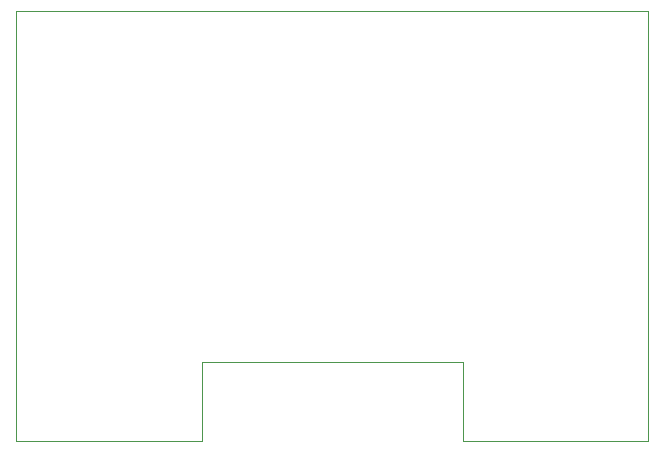
<source format=gbr>
G04 #@! TF.GenerationSoftware,KiCad,Pcbnew,(5.1.9)-1*
G04 #@! TF.CreationDate,2021-10-01T15:11:33-04:00*
G04 #@! TF.ProjectId,GBZ2,47425a32-2e6b-4696-9361-645f70636258,rev?*
G04 #@! TF.SameCoordinates,Original*
G04 #@! TF.FileFunction,Profile,NP*
%FSLAX46Y46*%
G04 Gerber Fmt 4.6, Leading zero omitted, Abs format (unit mm)*
G04 Created by KiCad (PCBNEW (5.1.9)-1) date 2021-10-01 15:11:33*
%MOMM*%
%LPD*%
G01*
G04 APERTURE LIST*
G04 #@! TA.AperFunction,Profile*
%ADD10C,0.100000*%
G04 #@! TD*
G04 APERTURE END LIST*
D10*
X66500036Y-155374989D02*
X66500036Y-119000000D01*
X66500036Y-119000000D02*
X120000000Y-119000000D01*
X82200000Y-155374989D02*
X66500036Y-155374989D01*
X82200000Y-148678965D02*
X82200000Y-155374989D01*
X104300000Y-148678965D02*
X82200000Y-148678965D01*
X104300000Y-155374989D02*
X104300000Y-148678965D01*
X120000000Y-155374989D02*
X104300000Y-155374989D01*
X120000000Y-119000000D02*
X120000000Y-155374989D01*
M02*

</source>
